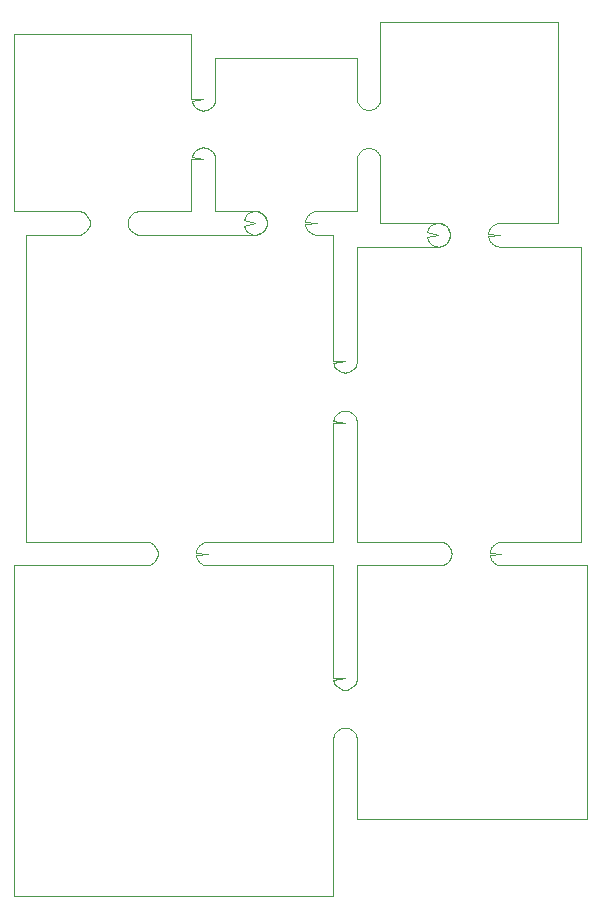
<source format=gko>
%MOIN*%
%OFA0B0*%
%FSLAX44Y44*%
%IPPOS*%
%LPD*%
%ADD10C,0*%
D10*
X00008025Y00022047D02*
X00008025Y00022047D01*
X00004179Y00022047D01*
X00004117Y00022052D01*
X00004057Y00022066D01*
X00004000Y00022090D01*
X00003947Y00022122D01*
X00003900Y00022162D01*
X00003860Y00022209D01*
X00003828Y00022262D01*
X00003804Y00022319D01*
X00003790Y00022379D01*
X00003785Y00022440D01*
X00003790Y00022502D01*
X00003804Y00022562D01*
X00003828Y00022619D01*
X00003860Y00022672D01*
X00003900Y00022719D01*
X00003947Y00022759D01*
X00004000Y00022791D01*
X00004057Y00022815D01*
X00004117Y00022829D01*
X00004179Y00022834D01*
X00004179Y00022834D01*
X00005905Y00022834D01*
X00005905Y00024562D01*
X00006299Y00024562D01*
X00005910Y00024624D01*
X00005924Y00024684D01*
X00005948Y00024741D01*
X00005980Y00024794D01*
X00006020Y00024841D01*
X00006067Y00024881D01*
X00006120Y00024913D01*
X00006177Y00024937D01*
X00006237Y00024951D01*
X00006299Y00024956D01*
X00006360Y00024951D01*
X00006420Y00024937D01*
X00006477Y00024913D01*
X00006530Y00024881D01*
X00006577Y00024841D01*
X00006617Y00024794D01*
X00006650Y00024741D01*
X00006673Y00024684D01*
X00006688Y00024624D01*
X00006692Y00024562D01*
X00006692Y00022834D01*
X00008025Y00022834D01*
X00008117Y00022823D01*
X00008204Y00022791D01*
X00008281Y00022740D01*
X00008343Y00022672D01*
X00008389Y00022591D01*
X00008414Y00022502D01*
X00008417Y00022410D01*
X00008399Y00022319D01*
X00008361Y00022235D01*
X00008303Y00022162D01*
X00008231Y00022105D01*
X00008147Y00022066D01*
X00008056Y00022048D01*
X00007963Y00022052D01*
X00007874Y00022077D01*
X00007794Y00022122D01*
X00007726Y00022185D01*
X00007674Y00022262D01*
X00007642Y00022349D01*
X00008025Y00022440D01*
X00007642Y00022532D01*
X00007674Y00022619D01*
X00007726Y00022696D01*
X00007794Y00022759D01*
X00007874Y00022804D01*
X00007963Y00022829D01*
X00008056Y00022833D01*
X00008147Y00022815D01*
X00008231Y00022776D01*
X00008303Y00022719D01*
X00008361Y00022646D01*
X00008399Y00022562D01*
X00008417Y00022471D01*
X00008414Y00022379D01*
X00008389Y00022290D01*
X00008343Y00022209D01*
X00008281Y00022141D01*
X00008204Y00022090D01*
X00008117Y00022058D01*
X00008025Y00022047D01*
X00010629Y00007276D02*
X00010629Y00007276D01*
X00010629Y00011023D01*
X00006446Y00011023D01*
X00006415Y00011024D01*
X00006384Y00011028D01*
X00006354Y00011034D01*
X00006324Y00011042D01*
X00006295Y00011053D01*
X00006267Y00011066D01*
X00006240Y00011081D01*
X00006215Y00011098D01*
X00006190Y00011117D01*
X00006168Y00011138D01*
X00006147Y00011161D01*
X00006127Y00011185D01*
X00006110Y00011211D01*
X00006095Y00011238D01*
X00006082Y00011266D01*
X00006072Y00011295D01*
X00006063Y00011325D01*
X00006057Y00011355D01*
X00006053Y00011386D01*
X00006446Y00011417D01*
X00006053Y00011448D01*
X00006057Y00011478D01*
X00006063Y00011509D01*
X00006072Y00011538D01*
X00006082Y00011567D01*
X00006095Y00011596D01*
X00006110Y00011623D01*
X00006127Y00011648D01*
X00006147Y00011673D01*
X00006168Y00011695D01*
X00006190Y00011716D01*
X00006215Y00011735D01*
X00006240Y00011753D01*
X00006267Y00011768D01*
X00006295Y00011781D01*
X00006324Y00011791D01*
X00006354Y00011800D01*
X00006384Y00011806D01*
X00006415Y00011809D01*
X00006446Y00011811D01*
X00010629Y00011811D01*
X00010629Y00015786D01*
X00011023Y00015786D01*
X00010634Y00015848D01*
X00010649Y00015908D01*
X00010672Y00015965D01*
X00010705Y00016018D01*
X00010745Y00016065D01*
X00010792Y00016105D01*
X00010844Y00016137D01*
X00010901Y00016161D01*
X00010962Y00016175D01*
X00011023Y00016180D01*
X00011085Y00016175D01*
X00011145Y00016161D01*
X00011202Y00016137D01*
X00011255Y00016105D01*
X00011302Y00016065D01*
X00011342Y00016018D01*
X00011374Y00015965D01*
X00011398Y00015908D01*
X00011412Y00015848D01*
X00011417Y00015786D01*
X00011417Y00011811D01*
X00014180Y00011811D01*
X00014180Y00011811D01*
X00014242Y00011806D01*
X00014302Y00011791D01*
X00014359Y00011768D01*
X00014411Y00011735D01*
X00014458Y00011695D01*
X00014498Y00011648D01*
X00014531Y00011596D01*
X00014554Y00011538D01*
X00014569Y00011478D01*
X00014574Y00011417D01*
X00014569Y00011355D01*
X00014554Y00011295D01*
X00014531Y00011238D01*
X00014498Y00011185D01*
X00014458Y00011138D01*
X00014411Y00011098D01*
X00014359Y00011066D01*
X00014302Y00011042D01*
X00014242Y00011028D01*
X00014180Y00011023D01*
X00011417Y00011023D01*
X00011417Y00007276D01*
X00011412Y00007214D01*
X00011398Y00007154D01*
X00011374Y00007097D01*
X00011342Y00007044D01*
X00011302Y00006997D01*
X00011255Y00006957D01*
X00011202Y00006925D01*
X00011145Y00006901D01*
X00011085Y00006887D01*
X00011023Y00006882D01*
X00010962Y00006887D01*
X00010901Y00006901D01*
X00010844Y00006925D01*
X00010792Y00006957D01*
X00010745Y00006997D01*
X00010705Y00007044D01*
X00010672Y00007097D01*
X00010649Y00007154D01*
X00010634Y00007214D01*
X00011023Y00007276D01*
X00010629Y00007276D01*
X00018110Y00029133D02*
X00018110Y00029133D01*
X00012204Y00029133D01*
X00012204Y00026601D01*
X00012203Y00026570D01*
X00012199Y00026539D01*
X00012193Y00026509D01*
X00012185Y00026479D01*
X00012174Y00026450D01*
X00012161Y00026422D01*
X00012146Y00026395D01*
X00012129Y00026369D01*
X00012110Y00026345D01*
X00012089Y00026322D01*
X00012066Y00026301D01*
X00012042Y00026282D01*
X00012016Y00026265D01*
X00011989Y00026250D01*
X00011961Y00026237D01*
X00011932Y00026226D01*
X00011902Y00026218D01*
X00011872Y00026212D01*
X00011841Y00026208D01*
X00011811Y00026207D01*
X00011811Y00026207D01*
X00011780Y00026208D01*
X00011749Y00026212D01*
X00011719Y00026218D01*
X00011689Y00026226D01*
X00011660Y00026237D01*
X00011632Y00026250D01*
X00011605Y00026265D01*
X00011579Y00026282D01*
X00011555Y00026301D01*
X00011532Y00026322D01*
X00011511Y00026345D01*
X00011492Y00026369D01*
X00011475Y00026395D01*
X00011460Y00026422D01*
X00011447Y00026450D01*
X00011436Y00026479D01*
X00011428Y00026509D01*
X00011422Y00026539D01*
X00011418Y00026570D01*
X00011417Y00026601D01*
X00011417Y00027952D01*
X00006692Y00027952D01*
X00006692Y00026580D01*
X00006688Y00026518D01*
X00006673Y00026458D01*
X00006650Y00026401D01*
X00006617Y00026348D01*
X00006577Y00026301D01*
X00006530Y00026261D01*
X00006477Y00026229D01*
X00006420Y00026205D01*
X00006360Y00026191D01*
X00006299Y00026186D01*
X00006237Y00026191D01*
X00006177Y00026205D01*
X00006120Y00026229D01*
X00006067Y00026261D01*
X00006020Y00026301D01*
X00005980Y00026348D01*
X00005948Y00026401D01*
X00005924Y00026458D01*
X00005910Y00026518D01*
X00006299Y00026580D01*
X00005905Y00026580D01*
X00005905Y00028740D01*
X00000000Y00028740D01*
X00000000Y00022834D01*
X00002119Y00022834D01*
X00002181Y00022829D01*
X00002241Y00022815D01*
X00002298Y00022791D01*
X00002351Y00022759D01*
X00002398Y00022719D01*
X00002438Y00022672D01*
X00002470Y00022619D01*
X00002494Y00022562D01*
X00002508Y00022502D01*
X00002513Y00022440D01*
X00002508Y00022379D01*
X00002494Y00022319D01*
X00002470Y00022262D01*
X00002438Y00022209D01*
X00002398Y00022162D01*
X00002351Y00022122D01*
X00002298Y00022090D01*
X00002241Y00022066D01*
X00002181Y00022052D01*
X00002119Y00022047D01*
X00002119Y00022047D01*
X00000393Y00022047D01*
X00000393Y00011811D01*
X00004387Y00011811D01*
X00004448Y00011806D01*
X00004508Y00011791D01*
X00004565Y00011768D01*
X00004618Y00011735D01*
X00004665Y00011695D01*
X00004705Y00011648D01*
X00004737Y00011596D01*
X00004761Y00011538D01*
X00004775Y00011478D01*
X00004780Y00011417D01*
X00004775Y00011355D01*
X00004761Y00011295D01*
X00004737Y00011238D01*
X00004705Y00011185D01*
X00004665Y00011138D01*
X00004618Y00011098D01*
X00004565Y00011066D01*
X00004508Y00011042D01*
X00004448Y00011028D01*
X00004387Y00011023D01*
X00004387Y00011023D01*
X00000000Y00011023D01*
X00000000Y00000000D01*
X00010629Y00000000D01*
X00010629Y00005216D01*
X00010629Y00005216D01*
X00010634Y00005278D01*
X00010649Y00005338D01*
X00010672Y00005395D01*
X00010705Y00005448D01*
X00010745Y00005495D01*
X00010792Y00005535D01*
X00010844Y00005567D01*
X00010901Y00005591D01*
X00010962Y00005605D01*
X00011023Y00005610D01*
X00011085Y00005605D01*
X00011145Y00005591D01*
X00011202Y00005567D01*
X00011255Y00005535D01*
X00011302Y00005495D01*
X00011342Y00005448D01*
X00011374Y00005395D01*
X00011398Y00005338D01*
X00011412Y00005278D01*
X00011417Y00005216D01*
X00011417Y00002559D01*
X00019094Y00002559D01*
X00019094Y00011023D01*
X00016239Y00011023D01*
X00016208Y00011024D01*
X00016178Y00011028D01*
X00016147Y00011034D01*
X00016118Y00011042D01*
X00016089Y00011053D01*
X00016061Y00011066D01*
X00016034Y00011081D01*
X00016008Y00011098D01*
X00015984Y00011117D01*
X00015961Y00011138D01*
X00015940Y00011161D01*
X00015921Y00011185D01*
X00015904Y00011211D01*
X00015888Y00011238D01*
X00015876Y00011266D01*
X00015865Y00011295D01*
X00015856Y00011325D01*
X00015850Y00011355D01*
X00015847Y00011386D01*
X00016239Y00011417D01*
X00015847Y00011448D01*
X00015850Y00011478D01*
X00015856Y00011509D01*
X00015865Y00011538D01*
X00015876Y00011567D01*
X00015888Y00011596D01*
X00015904Y00011623D01*
X00015921Y00011648D01*
X00015940Y00011673D01*
X00015961Y00011695D01*
X00015984Y00011716D01*
X00016008Y00011735D01*
X00016034Y00011753D01*
X00016061Y00011768D01*
X00016089Y00011781D01*
X00016118Y00011791D01*
X00016147Y00011800D01*
X00016178Y00011806D01*
X00016208Y00011809D01*
X00016239Y00011811D01*
X00018897Y00011811D01*
X00018897Y00021653D01*
X00016187Y00021653D01*
X00016156Y00021654D01*
X00016125Y00021658D01*
X00016095Y00021664D01*
X00016065Y00021672D01*
X00016036Y00021683D01*
X00016008Y00021696D01*
X00015981Y00021711D01*
X00015955Y00021728D01*
X00015931Y00021747D01*
X00015908Y00021768D01*
X00015887Y00021791D01*
X00015868Y00021815D01*
X00015851Y00021841D01*
X00015836Y00021868D01*
X00015823Y00021896D01*
X00015812Y00021925D01*
X00015804Y00021955D01*
X00015798Y00021985D01*
X00015794Y00022016D01*
X00016187Y00022047D01*
X00015794Y00022078D01*
X00015798Y00022108D01*
X00015804Y00022139D01*
X00015812Y00022168D01*
X00015823Y00022197D01*
X00015836Y00022225D01*
X00015851Y00022252D01*
X00015868Y00022278D01*
X00015887Y00022302D01*
X00015908Y00022325D01*
X00015931Y00022346D01*
X00015955Y00022365D01*
X00015981Y00022382D01*
X00016008Y00022398D01*
X00016036Y00022410D01*
X00016065Y00022421D01*
X00016095Y00022430D01*
X00016125Y00022436D01*
X00016156Y00022439D01*
X00016187Y00022440D01*
X00018110Y00022440D01*
X00018110Y00029133D01*
X00010084Y00022047D02*
X00010084Y00022047D01*
X00010053Y00022048D01*
X00010023Y00022052D01*
X00009992Y00022058D01*
X00009963Y00022066D01*
X00009934Y00022077D01*
X00009906Y00022090D01*
X00009879Y00022105D01*
X00009853Y00022122D01*
X00009829Y00022141D01*
X00009806Y00022162D01*
X00009785Y00022185D01*
X00009766Y00022209D01*
X00009749Y00022235D01*
X00009733Y00022262D01*
X00009721Y00022290D01*
X00009710Y00022319D01*
X00009701Y00022349D01*
X00009695Y00022379D01*
X00009692Y00022410D01*
X00010084Y00022440D01*
X00009692Y00022471D01*
X00009695Y00022502D01*
X00009701Y00022532D01*
X00009710Y00022562D01*
X00009721Y00022591D01*
X00009733Y00022619D01*
X00009749Y00022646D01*
X00009766Y00022672D01*
X00009785Y00022696D01*
X00009806Y00022719D01*
X00009829Y00022740D01*
X00009853Y00022759D01*
X00009879Y00022776D01*
X00009906Y00022791D01*
X00009934Y00022804D01*
X00009963Y00022815D01*
X00009992Y00022823D01*
X00010023Y00022829D01*
X00010053Y00022833D01*
X00010084Y00022834D01*
X00011417Y00022834D01*
X00011417Y00024541D01*
X00011418Y00024572D01*
X00011422Y00024603D01*
X00011428Y00024633D01*
X00011436Y00024663D01*
X00011447Y00024692D01*
X00011460Y00024720D01*
X00011475Y00024747D01*
X00011492Y00024773D01*
X00011511Y00024797D01*
X00011532Y00024820D01*
X00011555Y00024841D01*
X00011579Y00024860D01*
X00011605Y00024877D01*
X00011632Y00024892D01*
X00011660Y00024905D01*
X00011689Y00024916D01*
X00011719Y00024924D01*
X00011749Y00024930D01*
X00011780Y00024934D01*
X00011811Y00024935D01*
X00011811Y00024935D01*
X00011841Y00024934D01*
X00011872Y00024930D01*
X00011902Y00024924D01*
X00011932Y00024916D01*
X00011961Y00024905D01*
X00011989Y00024892D01*
X00012016Y00024877D01*
X00012042Y00024860D01*
X00012066Y00024841D01*
X00012089Y00024820D01*
X00012110Y00024797D01*
X00012129Y00024773D01*
X00012146Y00024747D01*
X00012161Y00024720D01*
X00012174Y00024692D01*
X00012185Y00024663D01*
X00012193Y00024633D01*
X00012199Y00024603D01*
X00012203Y00024572D01*
X00012204Y00024541D01*
X00012204Y00022440D01*
X00014127Y00022440D01*
X00014219Y00022430D01*
X00014306Y00022398D01*
X00014383Y00022346D01*
X00014446Y00022278D01*
X00014491Y00022197D01*
X00014516Y00022108D01*
X00014520Y00022016D01*
X00014502Y00021925D01*
X00014463Y00021841D01*
X00014406Y00021768D01*
X00014333Y00021711D01*
X00014249Y00021672D01*
X00014158Y00021654D01*
X00014066Y00021658D01*
X00013977Y00021683D01*
X00013896Y00021728D01*
X00013828Y00021791D01*
X00013777Y00021868D01*
X00013744Y00021955D01*
X00014127Y00022047D01*
X00013744Y00022139D01*
X00013777Y00022225D01*
X00013828Y00022302D01*
X00013896Y00022365D01*
X00013977Y00022410D01*
X00014066Y00022436D01*
X00014158Y00022439D01*
X00014249Y00022421D01*
X00014333Y00022382D01*
X00014406Y00022325D01*
X00014463Y00022252D01*
X00014502Y00022168D01*
X00014520Y00022078D01*
X00014516Y00021985D01*
X00014491Y00021896D01*
X00014446Y00021815D01*
X00014383Y00021747D01*
X00014306Y00021696D01*
X00014219Y00021664D01*
X00014127Y00021653D01*
X00011417Y00021653D01*
X00011417Y00017846D01*
X00011412Y00017784D01*
X00011398Y00017724D01*
X00011374Y00017667D01*
X00011342Y00017614D01*
X00011302Y00017567D01*
X00011255Y00017527D01*
X00011202Y00017495D01*
X00011145Y00017471D01*
X00011085Y00017457D01*
X00011023Y00017452D01*
X00010962Y00017457D01*
X00010901Y00017471D01*
X00010844Y00017495D01*
X00010792Y00017527D01*
X00010745Y00017567D01*
X00010705Y00017614D01*
X00010672Y00017667D01*
X00010649Y00017724D01*
X00010634Y00017784D01*
X00011023Y00017846D01*
X00010629Y00017846D01*
X00010629Y00022047D01*
X00010084Y00022047D01*
M02*
</source>
